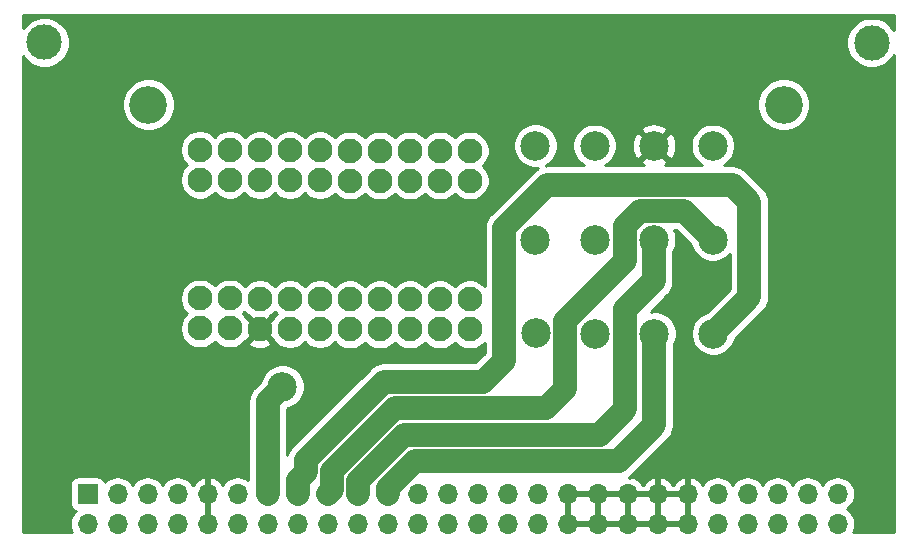
<source format=gbr>
G04 #@! TF.GenerationSoftware,KiCad,Pcbnew,5.1.2-f72e74a~84~ubuntu19.04.1*
G04 #@! TF.CreationDate,2019-05-07T16:21:10-05:00*
G04 #@! TF.ProjectId,Adapter-TE-52,41646170-7465-4722-9d54-452d35322e6b,rev?*
G04 #@! TF.SameCoordinates,Original*
G04 #@! TF.FileFunction,Copper,L2,Bot*
G04 #@! TF.FilePolarity,Positive*
%FSLAX46Y46*%
G04 Gerber Fmt 4.6, Leading zero omitted, Abs format (unit mm)*
G04 Created by KiCad (PCBNEW 5.1.2-f72e74a~84~ubuntu19.04.1) date 2019-05-07 16:21:10*
%MOMM*%
%LPD*%
G04 APERTURE LIST*
%ADD10R,1.700000X1.700000*%
%ADD11O,1.700000X1.700000*%
%ADD12C,2.100000*%
%ADD13C,2.500000*%
%ADD14C,3.200000*%
%ADD15C,3.000000*%
%ADD16C,2.000000*%
%ADD17C,0.254000*%
G04 APERTURE END LIST*
D10*
X103822500Y-115531900D03*
D11*
X103822500Y-118071900D03*
X106362500Y-115531900D03*
X106362500Y-118071900D03*
X108902500Y-115531900D03*
X108902500Y-118071900D03*
X111442500Y-115531900D03*
X111442500Y-118071900D03*
X113982500Y-115531900D03*
X113982500Y-118071900D03*
X116522500Y-115531900D03*
X116522500Y-118071900D03*
X119062500Y-115531900D03*
X119062500Y-118071900D03*
X121602500Y-115531900D03*
X121602500Y-118071900D03*
X124142500Y-115531900D03*
X124142500Y-118071900D03*
X126682500Y-115531900D03*
X126682500Y-118071900D03*
X129222500Y-115531900D03*
X129222500Y-118071900D03*
X131762500Y-115531900D03*
X131762500Y-118071900D03*
X134302500Y-115531900D03*
X134302500Y-118071900D03*
X136842500Y-115531900D03*
X136842500Y-118071900D03*
X139382500Y-115531900D03*
X139382500Y-118071900D03*
X141922500Y-115531900D03*
X141922500Y-118071900D03*
X144462500Y-115531900D03*
X144462500Y-118071900D03*
X147002500Y-115531900D03*
X147002500Y-118071900D03*
X149542500Y-115531900D03*
X149542500Y-118071900D03*
X152082500Y-115531900D03*
X152082500Y-118071900D03*
X154622500Y-115531900D03*
X154622500Y-118071900D03*
X157162500Y-115531900D03*
X157162500Y-118071900D03*
X159702500Y-115531900D03*
X159702500Y-118071900D03*
X162242500Y-115531900D03*
X162242500Y-118071900D03*
X164782500Y-115531900D03*
X164782500Y-118071900D03*
X167322500Y-115531900D03*
X167322500Y-118071900D03*
D12*
X123469400Y-99034600D03*
X126009400Y-99060000D03*
X113309400Y-98983800D03*
X131089400Y-99060000D03*
X133629400Y-99060000D03*
X136169400Y-101600000D03*
X115849400Y-101523800D03*
X133629400Y-101600000D03*
X115849400Y-98983800D03*
X128549400Y-99060000D03*
X118389400Y-101574600D03*
X118389400Y-99034600D03*
X113309400Y-101523800D03*
X123469400Y-101574600D03*
X120929400Y-99034600D03*
X131089400Y-101600000D03*
X128549400Y-101600000D03*
X126009400Y-101600000D03*
X120929400Y-101574600D03*
X136169400Y-99060000D03*
D13*
X151803100Y-101955600D03*
X146773900Y-101955600D03*
X156781500Y-101955600D03*
X141757400Y-101942900D03*
X146748500Y-94005400D03*
X141732000Y-93992700D03*
X151777700Y-94005400D03*
X156756100Y-94005400D03*
X156756100Y-86055200D03*
X151777700Y-86055200D03*
X146748500Y-86055200D03*
X141732000Y-86042500D03*
D12*
X136169400Y-89001600D03*
X136169400Y-86461600D03*
X133629400Y-86461600D03*
X133629400Y-89001600D03*
X131089400Y-89001600D03*
X131089400Y-86461600D03*
X128549400Y-86461600D03*
X128549400Y-89001600D03*
X126009400Y-86461600D03*
X126009400Y-89001600D03*
X123469400Y-88976200D03*
X123469400Y-86436200D03*
X118389400Y-86436200D03*
X120929400Y-88976200D03*
X118389400Y-88976200D03*
X120929400Y-86436200D03*
X115849400Y-86385400D03*
X115849400Y-88925400D03*
X113309400Y-88925400D03*
X113309400Y-86385400D03*
D14*
X162763200Y-82575400D03*
X108966000Y-82575400D03*
D15*
X170192700Y-77330300D03*
X100152200Y-77304900D03*
D13*
X120307100Y-106438700D03*
D16*
X129222500Y-115531900D02*
X129222501Y-115037895D01*
X131497095Y-112763301D02*
X148767800Y-112763300D01*
X151803100Y-109728000D02*
X151803100Y-103723366D01*
X129222501Y-115037895D02*
X131497095Y-112763301D01*
X151803100Y-103723366D02*
X151803100Y-101955600D01*
X148767800Y-112763300D02*
X151803100Y-109728000D01*
X122288301Y-112638244D02*
X128897155Y-106029390D01*
X122288301Y-113644018D02*
X122288301Y-112638244D01*
X121602500Y-114329819D02*
X122288301Y-113644018D01*
X121602500Y-115531900D02*
X121602500Y-114329819D01*
X128897155Y-106029390D02*
X137328010Y-106029390D01*
X137328010Y-106029390D02*
X139065000Y-104292400D01*
X139065000Y-104292400D02*
X139065000Y-93033698D01*
X142743310Y-89355388D02*
X158430688Y-89355388D01*
X139065000Y-93033698D02*
X142743310Y-89355388D01*
X158430688Y-89355388D02*
X159854900Y-90779600D01*
X159854900Y-98882200D02*
X156781500Y-101955600D01*
X159854900Y-90779600D02*
X159854900Y-98882200D01*
X119062500Y-115531900D02*
X119062500Y-107683300D01*
X119062500Y-107683300D02*
X120307100Y-106438700D01*
X130585822Y-110563290D02*
X147157810Y-110563290D01*
X147157810Y-110563290D02*
X149353099Y-108368001D01*
X151777700Y-95773166D02*
X151777700Y-94005400D01*
X126682500Y-115531900D02*
X126688322Y-115526078D01*
X126688322Y-114460790D02*
X130585822Y-110563290D01*
X151777700Y-97484984D02*
X151777700Y-95773166D01*
X149353099Y-99909585D02*
X151777700Y-97484984D01*
X126688322Y-115526078D02*
X126688322Y-114460790D01*
X149353099Y-108368001D02*
X149353099Y-99909585D01*
X144207401Y-100896097D02*
X149327699Y-95775799D01*
X149327699Y-95775799D02*
X149327699Y-92835686D01*
X155506101Y-92755401D02*
X156756100Y-94005400D01*
X150607986Y-91555399D02*
X154306099Y-91555399D01*
X129808428Y-108229400D02*
X142659100Y-108229400D01*
X124488311Y-113549517D02*
X129808428Y-108229400D01*
X149327699Y-92835686D02*
X150607986Y-91555399D01*
X154306099Y-91555399D02*
X155506101Y-92755401D01*
X144207401Y-106681099D02*
X144207401Y-100896097D01*
X142659100Y-108229400D02*
X144207401Y-106681099D01*
X124488311Y-115186089D02*
X124488311Y-113549517D01*
X124142500Y-115531900D02*
X124488311Y-115186089D01*
D17*
G36*
X172060000Y-76282014D02*
G01*
X171851063Y-75969317D01*
X171553683Y-75671937D01*
X171204002Y-75438288D01*
X170815456Y-75277347D01*
X170402979Y-75195300D01*
X169982421Y-75195300D01*
X169569944Y-75277347D01*
X169181398Y-75438288D01*
X168831717Y-75671937D01*
X168534337Y-75969317D01*
X168300688Y-76318998D01*
X168139747Y-76707544D01*
X168057700Y-77120021D01*
X168057700Y-77540579D01*
X168139747Y-77953056D01*
X168300688Y-78341602D01*
X168534337Y-78691283D01*
X168831717Y-78988663D01*
X169181398Y-79222312D01*
X169569944Y-79383253D01*
X169982421Y-79465300D01*
X170402979Y-79465300D01*
X170815456Y-79383253D01*
X171204002Y-79222312D01*
X171553683Y-78988663D01*
X171851063Y-78691283D01*
X172060000Y-78378586D01*
X172060001Y-118720000D01*
X168659906Y-118720000D01*
X168701099Y-118642934D01*
X168786013Y-118363011D01*
X168814685Y-118071900D01*
X168786013Y-117780789D01*
X168701099Y-117500866D01*
X168563206Y-117242886D01*
X168377634Y-117016766D01*
X168151514Y-116831194D01*
X168096709Y-116801900D01*
X168151514Y-116772606D01*
X168377634Y-116587034D01*
X168563206Y-116360914D01*
X168701099Y-116102934D01*
X168786013Y-115823011D01*
X168814685Y-115531900D01*
X168786013Y-115240789D01*
X168701099Y-114960866D01*
X168563206Y-114702886D01*
X168377634Y-114476766D01*
X168151514Y-114291194D01*
X167893534Y-114153301D01*
X167613611Y-114068387D01*
X167395450Y-114046900D01*
X167249550Y-114046900D01*
X167031389Y-114068387D01*
X166751466Y-114153301D01*
X166493486Y-114291194D01*
X166267366Y-114476766D01*
X166081794Y-114702886D01*
X166052500Y-114757691D01*
X166023206Y-114702886D01*
X165837634Y-114476766D01*
X165611514Y-114291194D01*
X165353534Y-114153301D01*
X165073611Y-114068387D01*
X164855450Y-114046900D01*
X164709550Y-114046900D01*
X164491389Y-114068387D01*
X164211466Y-114153301D01*
X163953486Y-114291194D01*
X163727366Y-114476766D01*
X163541794Y-114702886D01*
X163512500Y-114757691D01*
X163483206Y-114702886D01*
X163297634Y-114476766D01*
X163071514Y-114291194D01*
X162813534Y-114153301D01*
X162533611Y-114068387D01*
X162315450Y-114046900D01*
X162169550Y-114046900D01*
X161951389Y-114068387D01*
X161671466Y-114153301D01*
X161413486Y-114291194D01*
X161187366Y-114476766D01*
X161001794Y-114702886D01*
X160972500Y-114757691D01*
X160943206Y-114702886D01*
X160757634Y-114476766D01*
X160531514Y-114291194D01*
X160273534Y-114153301D01*
X159993611Y-114068387D01*
X159775450Y-114046900D01*
X159629550Y-114046900D01*
X159411389Y-114068387D01*
X159131466Y-114153301D01*
X158873486Y-114291194D01*
X158647366Y-114476766D01*
X158461794Y-114702886D01*
X158432500Y-114757691D01*
X158403206Y-114702886D01*
X158217634Y-114476766D01*
X157991514Y-114291194D01*
X157733534Y-114153301D01*
X157453611Y-114068387D01*
X157235450Y-114046900D01*
X157089550Y-114046900D01*
X156871389Y-114068387D01*
X156591466Y-114153301D01*
X156333486Y-114291194D01*
X156107366Y-114476766D01*
X155921794Y-114702886D01*
X155887299Y-114767423D01*
X155817678Y-114650545D01*
X155622769Y-114434312D01*
X155389420Y-114260259D01*
X155126599Y-114135075D01*
X154979390Y-114090424D01*
X154749500Y-114211745D01*
X154749500Y-115404900D01*
X154769500Y-115404900D01*
X154769500Y-115658900D01*
X154749500Y-115658900D01*
X154749500Y-117944900D01*
X154769500Y-117944900D01*
X154769500Y-118198900D01*
X154749500Y-118198900D01*
X154749500Y-118218900D01*
X154495500Y-118218900D01*
X154495500Y-118198900D01*
X152209500Y-118198900D01*
X152209500Y-118218900D01*
X151955500Y-118218900D01*
X151955500Y-118198900D01*
X149669500Y-118198900D01*
X149669500Y-118218900D01*
X149415500Y-118218900D01*
X149415500Y-118198900D01*
X147129500Y-118198900D01*
X147129500Y-118218900D01*
X146875500Y-118218900D01*
X146875500Y-118198900D01*
X144589500Y-118198900D01*
X144589500Y-118218900D01*
X144335500Y-118218900D01*
X144335500Y-118198900D01*
X144315500Y-118198900D01*
X144315500Y-117944900D01*
X144335500Y-117944900D01*
X144335500Y-115658900D01*
X144589500Y-115658900D01*
X144589500Y-117944900D01*
X146875500Y-117944900D01*
X146875500Y-115658900D01*
X147129500Y-115658900D01*
X147129500Y-117944900D01*
X149415500Y-117944900D01*
X149415500Y-115658900D01*
X149669500Y-115658900D01*
X149669500Y-117944900D01*
X151955500Y-117944900D01*
X151955500Y-115658900D01*
X152209500Y-115658900D01*
X152209500Y-117944900D01*
X154495500Y-117944900D01*
X154495500Y-115658900D01*
X152209500Y-115658900D01*
X151955500Y-115658900D01*
X149669500Y-115658900D01*
X149415500Y-115658900D01*
X147129500Y-115658900D01*
X146875500Y-115658900D01*
X144589500Y-115658900D01*
X144335500Y-115658900D01*
X144315500Y-115658900D01*
X144315500Y-115404900D01*
X144335500Y-115404900D01*
X144335500Y-115384900D01*
X144589500Y-115384900D01*
X144589500Y-115404900D01*
X146875500Y-115404900D01*
X146875500Y-115384900D01*
X147129500Y-115384900D01*
X147129500Y-115404900D01*
X149415500Y-115404900D01*
X149415500Y-115384900D01*
X149669500Y-115384900D01*
X149669500Y-115404900D01*
X151955500Y-115404900D01*
X151955500Y-114211745D01*
X152209500Y-114211745D01*
X152209500Y-115404900D01*
X154495500Y-115404900D01*
X154495500Y-114211745D01*
X154265610Y-114090424D01*
X154118401Y-114135075D01*
X153855580Y-114260259D01*
X153622231Y-114434312D01*
X153427322Y-114650545D01*
X153352500Y-114776155D01*
X153277678Y-114650545D01*
X153082769Y-114434312D01*
X152849420Y-114260259D01*
X152586599Y-114135075D01*
X152439390Y-114090424D01*
X152209500Y-114211745D01*
X151955500Y-114211745D01*
X151725610Y-114090424D01*
X151578401Y-114135075D01*
X151315580Y-114260259D01*
X151082231Y-114434312D01*
X150887322Y-114650545D01*
X150812500Y-114776155D01*
X150737678Y-114650545D01*
X150542769Y-114434312D01*
X150309420Y-114260259D01*
X150046599Y-114135075D01*
X149899390Y-114090424D01*
X149669502Y-114211744D01*
X149669502Y-114135236D01*
X149680552Y-114129330D01*
X149727959Y-114090424D01*
X149929514Y-113925013D01*
X149980720Y-113862618D01*
X152902420Y-110940919D01*
X152964814Y-110889714D01*
X153169131Y-110640752D01*
X153320952Y-110356715D01*
X153414443Y-110048516D01*
X153438100Y-109808322D01*
X153438100Y-109808320D01*
X153446011Y-109728001D01*
X153438100Y-109647681D01*
X153438100Y-102901561D01*
X153473566Y-102848482D01*
X153615661Y-102505434D01*
X153688100Y-102141256D01*
X153688100Y-101769944D01*
X153615661Y-101405766D01*
X153473566Y-101062718D01*
X153267275Y-100753982D01*
X153004718Y-100491425D01*
X152695982Y-100285134D01*
X152352934Y-100143039D01*
X151988756Y-100070600D01*
X151617444Y-100070600D01*
X151476235Y-100098688D01*
X152877025Y-98697899D01*
X152939414Y-98646698D01*
X153143731Y-98397736D01*
X153295552Y-98113699D01*
X153389043Y-97805500D01*
X153412700Y-97565306D01*
X153412700Y-97565305D01*
X153420611Y-97484984D01*
X153412700Y-97404662D01*
X153412700Y-94951361D01*
X153448166Y-94898282D01*
X153590261Y-94555234D01*
X153662700Y-94191056D01*
X153662700Y-93819744D01*
X153590261Y-93455566D01*
X153480425Y-93190399D01*
X153628861Y-93190399D01*
X154406777Y-93968316D01*
X154406782Y-93968320D01*
X154931085Y-94492624D01*
X154943539Y-94555234D01*
X155085634Y-94898282D01*
X155291925Y-95207018D01*
X155554482Y-95469575D01*
X155863218Y-95675866D01*
X156206266Y-95817961D01*
X156570444Y-95890400D01*
X156941756Y-95890400D01*
X157305934Y-95817961D01*
X157648982Y-95675866D01*
X157957718Y-95469575D01*
X158219901Y-95207392D01*
X158219901Y-98204960D01*
X156294277Y-100130585D01*
X156231666Y-100143039D01*
X155888618Y-100285134D01*
X155579882Y-100491425D01*
X155317325Y-100753982D01*
X155111034Y-101062718D01*
X154968939Y-101405766D01*
X154896500Y-101769944D01*
X154896500Y-102141256D01*
X154968939Y-102505434D01*
X155111034Y-102848482D01*
X155317325Y-103157218D01*
X155579882Y-103419775D01*
X155888618Y-103626066D01*
X156231666Y-103768161D01*
X156595844Y-103840600D01*
X156967156Y-103840600D01*
X157331334Y-103768161D01*
X157674382Y-103626066D01*
X157983118Y-103419775D01*
X158245675Y-103157218D01*
X158451966Y-102848482D01*
X158594061Y-102505434D01*
X158606515Y-102442823D01*
X160954219Y-100095120D01*
X161016614Y-100043914D01*
X161220931Y-99794952D01*
X161372752Y-99510915D01*
X161466243Y-99202716D01*
X161489900Y-98962522D01*
X161489900Y-98962520D01*
X161497811Y-98882200D01*
X161489900Y-98801881D01*
X161489900Y-90859919D01*
X161497811Y-90779600D01*
X161488651Y-90686600D01*
X161466243Y-90459084D01*
X161372752Y-90150885D01*
X161220931Y-89866848D01*
X161016614Y-89617886D01*
X160954219Y-89566681D01*
X159643612Y-88256074D01*
X159592402Y-88193674D01*
X159343440Y-87989357D01*
X159059403Y-87837536D01*
X158751204Y-87744045D01*
X158511010Y-87720388D01*
X158511007Y-87720388D01*
X158430688Y-87712477D01*
X158350369Y-87720388D01*
X157656881Y-87720388D01*
X157957718Y-87519375D01*
X158220275Y-87256818D01*
X158426566Y-86948082D01*
X158568661Y-86605034D01*
X158641100Y-86240856D01*
X158641100Y-85869544D01*
X158568661Y-85505366D01*
X158426566Y-85162318D01*
X158220275Y-84853582D01*
X157957718Y-84591025D01*
X157648982Y-84384734D01*
X157305934Y-84242639D01*
X156941756Y-84170200D01*
X156570444Y-84170200D01*
X156206266Y-84242639D01*
X155863218Y-84384734D01*
X155554482Y-84591025D01*
X155291925Y-84853582D01*
X155085634Y-85162318D01*
X154943539Y-85505366D01*
X154871100Y-85869544D01*
X154871100Y-86240856D01*
X154943539Y-86605034D01*
X155085634Y-86948082D01*
X155291925Y-87256818D01*
X155554482Y-87519375D01*
X155855319Y-87720388D01*
X152670521Y-87720388D01*
X152785786Y-87658777D01*
X152911700Y-87368805D01*
X151777700Y-86234805D01*
X150643700Y-87368805D01*
X150769614Y-87658777D01*
X150893022Y-87720388D01*
X147649281Y-87720388D01*
X147950118Y-87519375D01*
X148212675Y-87256818D01*
X148418966Y-86948082D01*
X148561061Y-86605034D01*
X148633500Y-86240856D01*
X148633500Y-86107906D01*
X149884311Y-86107906D01*
X149930975Y-86476275D01*
X150048606Y-86828462D01*
X150174123Y-87063286D01*
X150464095Y-87189200D01*
X151598095Y-86055200D01*
X151957305Y-86055200D01*
X153091305Y-87189200D01*
X153381277Y-87063286D01*
X153547133Y-86731074D01*
X153644990Y-86372888D01*
X153671089Y-86002494D01*
X153624425Y-85634125D01*
X153506794Y-85281938D01*
X153381277Y-85047114D01*
X153091305Y-84921200D01*
X151957305Y-86055200D01*
X151598095Y-86055200D01*
X150464095Y-84921200D01*
X150174123Y-85047114D01*
X150008267Y-85379326D01*
X149910410Y-85737512D01*
X149884311Y-86107906D01*
X148633500Y-86107906D01*
X148633500Y-85869544D01*
X148561061Y-85505366D01*
X148418966Y-85162318D01*
X148212675Y-84853582D01*
X148100688Y-84741595D01*
X150643700Y-84741595D01*
X151777700Y-85875595D01*
X152911700Y-84741595D01*
X152785786Y-84451623D01*
X152453574Y-84285767D01*
X152095388Y-84187910D01*
X151724994Y-84161811D01*
X151356625Y-84208475D01*
X151004438Y-84326106D01*
X150769614Y-84451623D01*
X150643700Y-84741595D01*
X148100688Y-84741595D01*
X147950118Y-84591025D01*
X147641382Y-84384734D01*
X147298334Y-84242639D01*
X146934156Y-84170200D01*
X146562844Y-84170200D01*
X146198666Y-84242639D01*
X145855618Y-84384734D01*
X145546882Y-84591025D01*
X145284325Y-84853582D01*
X145078034Y-85162318D01*
X144935939Y-85505366D01*
X144863500Y-85869544D01*
X144863500Y-86240856D01*
X144935939Y-86605034D01*
X145078034Y-86948082D01*
X145284325Y-87256818D01*
X145546882Y-87519375D01*
X145847719Y-87720388D01*
X142823629Y-87720388D01*
X142743310Y-87712477D01*
X142662990Y-87720388D01*
X142662988Y-87720388D01*
X142589487Y-87727627D01*
X142624882Y-87712966D01*
X142933618Y-87506675D01*
X143196175Y-87244118D01*
X143402466Y-86935382D01*
X143544561Y-86592334D01*
X143617000Y-86228156D01*
X143617000Y-85856844D01*
X143544561Y-85492666D01*
X143402466Y-85149618D01*
X143196175Y-84840882D01*
X142933618Y-84578325D01*
X142624882Y-84372034D01*
X142281834Y-84229939D01*
X141917656Y-84157500D01*
X141546344Y-84157500D01*
X141182166Y-84229939D01*
X140839118Y-84372034D01*
X140530382Y-84578325D01*
X140267825Y-84840882D01*
X140061534Y-85149618D01*
X139919439Y-85492666D01*
X139847000Y-85856844D01*
X139847000Y-86228156D01*
X139919439Y-86592334D01*
X140061534Y-86935382D01*
X140267825Y-87244118D01*
X140530382Y-87506675D01*
X140839118Y-87712966D01*
X141182166Y-87855061D01*
X141546344Y-87927500D01*
X141917656Y-87927500D01*
X141963252Y-87918430D01*
X141830558Y-87989357D01*
X141581596Y-88193674D01*
X141530390Y-88256069D01*
X137965682Y-91820778D01*
X137903287Y-91871984D01*
X137709841Y-92107700D01*
X137698970Y-92120946D01*
X137547148Y-92404984D01*
X137453658Y-92713182D01*
X137422089Y-93033698D01*
X137430001Y-93114027D01*
X137430001Y-97937651D01*
X137243525Y-97751175D01*
X136967547Y-97566772D01*
X136660896Y-97439754D01*
X136335358Y-97375000D01*
X136003442Y-97375000D01*
X135677904Y-97439754D01*
X135371253Y-97566772D01*
X135095275Y-97751175D01*
X134899400Y-97947050D01*
X134703525Y-97751175D01*
X134427547Y-97566772D01*
X134120896Y-97439754D01*
X133795358Y-97375000D01*
X133463442Y-97375000D01*
X133137904Y-97439754D01*
X132831253Y-97566772D01*
X132555275Y-97751175D01*
X132359400Y-97947050D01*
X132163525Y-97751175D01*
X131887547Y-97566772D01*
X131580896Y-97439754D01*
X131255358Y-97375000D01*
X130923442Y-97375000D01*
X130597904Y-97439754D01*
X130291253Y-97566772D01*
X130015275Y-97751175D01*
X129819400Y-97947050D01*
X129623525Y-97751175D01*
X129347547Y-97566772D01*
X129040896Y-97439754D01*
X128715358Y-97375000D01*
X128383442Y-97375000D01*
X128057904Y-97439754D01*
X127751253Y-97566772D01*
X127475275Y-97751175D01*
X127279400Y-97947050D01*
X127083525Y-97751175D01*
X126807547Y-97566772D01*
X126500896Y-97439754D01*
X126175358Y-97375000D01*
X125843442Y-97375000D01*
X125517904Y-97439754D01*
X125211253Y-97566772D01*
X124935275Y-97751175D01*
X124752100Y-97934350D01*
X124543525Y-97725775D01*
X124267547Y-97541372D01*
X123960896Y-97414354D01*
X123635358Y-97349600D01*
X123303442Y-97349600D01*
X122977904Y-97414354D01*
X122671253Y-97541372D01*
X122395275Y-97725775D01*
X122199400Y-97921650D01*
X122003525Y-97725775D01*
X121727547Y-97541372D01*
X121420896Y-97414354D01*
X121095358Y-97349600D01*
X120763442Y-97349600D01*
X120437904Y-97414354D01*
X120131253Y-97541372D01*
X119855275Y-97725775D01*
X119659400Y-97921650D01*
X119463525Y-97725775D01*
X119187547Y-97541372D01*
X118880896Y-97414354D01*
X118555358Y-97349600D01*
X118223442Y-97349600D01*
X117897904Y-97414354D01*
X117591253Y-97541372D01*
X117315275Y-97725775D01*
X117144800Y-97896250D01*
X116923525Y-97674975D01*
X116647547Y-97490572D01*
X116340896Y-97363554D01*
X116015358Y-97298800D01*
X115683442Y-97298800D01*
X115357904Y-97363554D01*
X115051253Y-97490572D01*
X114775275Y-97674975D01*
X114579400Y-97870850D01*
X114383525Y-97674975D01*
X114107547Y-97490572D01*
X113800896Y-97363554D01*
X113475358Y-97298800D01*
X113143442Y-97298800D01*
X112817904Y-97363554D01*
X112511253Y-97490572D01*
X112235275Y-97674975D01*
X112000575Y-97909675D01*
X111816172Y-98185653D01*
X111689154Y-98492304D01*
X111624400Y-98817842D01*
X111624400Y-99149758D01*
X111689154Y-99475296D01*
X111816172Y-99781947D01*
X112000575Y-100057925D01*
X112196450Y-100253800D01*
X112000575Y-100449675D01*
X111816172Y-100725653D01*
X111689154Y-101032304D01*
X111624400Y-101357842D01*
X111624400Y-101689758D01*
X111689154Y-102015296D01*
X111816172Y-102321947D01*
X112000575Y-102597925D01*
X112235275Y-102832625D01*
X112511253Y-103017028D01*
X112817904Y-103144046D01*
X113143442Y-103208800D01*
X113475358Y-103208800D01*
X113800896Y-103144046D01*
X114107547Y-103017028D01*
X114383525Y-102832625D01*
X114579400Y-102636750D01*
X114775275Y-102832625D01*
X115051253Y-103017028D01*
X115357904Y-103144046D01*
X115683442Y-103208800D01*
X116015358Y-103208800D01*
X116340896Y-103144046D01*
X116647547Y-103017028D01*
X116923525Y-102832625D01*
X117010484Y-102745666D01*
X117397939Y-102745666D01*
X117499739Y-103015179D01*
X117797877Y-103161063D01*
X118118746Y-103245980D01*
X118450017Y-103266666D01*
X118778957Y-103222328D01*
X119092927Y-103114669D01*
X119279061Y-103015179D01*
X119380861Y-102745666D01*
X118389400Y-101754205D01*
X117397939Y-102745666D01*
X117010484Y-102745666D01*
X117158225Y-102597925D01*
X117187339Y-102554353D01*
X117218334Y-102566061D01*
X118209795Y-101574600D01*
X117305939Y-100670744D01*
X117158225Y-100449675D01*
X116962350Y-100253800D01*
X117094000Y-100122150D01*
X117315275Y-100343425D01*
X117399409Y-100399642D01*
X117397939Y-100403534D01*
X118389400Y-101394995D01*
X119380861Y-100403534D01*
X119379391Y-100399642D01*
X119463525Y-100343425D01*
X119659400Y-100147550D01*
X119816450Y-100304600D01*
X119620575Y-100500475D01*
X119564358Y-100584609D01*
X119560466Y-100583139D01*
X118569005Y-101574600D01*
X119560466Y-102566061D01*
X119564358Y-102564591D01*
X119620575Y-102648725D01*
X119855275Y-102883425D01*
X120131253Y-103067828D01*
X120437904Y-103194846D01*
X120763442Y-103259600D01*
X121095358Y-103259600D01*
X121420896Y-103194846D01*
X121727547Y-103067828D01*
X122003525Y-102883425D01*
X122199400Y-102687550D01*
X122395275Y-102883425D01*
X122671253Y-103067828D01*
X122977904Y-103194846D01*
X123303442Y-103259600D01*
X123635358Y-103259600D01*
X123960896Y-103194846D01*
X124267547Y-103067828D01*
X124543525Y-102883425D01*
X124726700Y-102700250D01*
X124935275Y-102908825D01*
X125211253Y-103093228D01*
X125517904Y-103220246D01*
X125843442Y-103285000D01*
X126175358Y-103285000D01*
X126500896Y-103220246D01*
X126807547Y-103093228D01*
X127083525Y-102908825D01*
X127279400Y-102712950D01*
X127475275Y-102908825D01*
X127751253Y-103093228D01*
X128057904Y-103220246D01*
X128383442Y-103285000D01*
X128715358Y-103285000D01*
X129040896Y-103220246D01*
X129347547Y-103093228D01*
X129623525Y-102908825D01*
X129819400Y-102712950D01*
X130015275Y-102908825D01*
X130291253Y-103093228D01*
X130597904Y-103220246D01*
X130923442Y-103285000D01*
X131255358Y-103285000D01*
X131580896Y-103220246D01*
X131887547Y-103093228D01*
X132163525Y-102908825D01*
X132359400Y-102712950D01*
X132555275Y-102908825D01*
X132831253Y-103093228D01*
X133137904Y-103220246D01*
X133463442Y-103285000D01*
X133795358Y-103285000D01*
X134120896Y-103220246D01*
X134427547Y-103093228D01*
X134703525Y-102908825D01*
X134899400Y-102712950D01*
X135095275Y-102908825D01*
X135371253Y-103093228D01*
X135677904Y-103220246D01*
X136003442Y-103285000D01*
X136335358Y-103285000D01*
X136660896Y-103220246D01*
X136967547Y-103093228D01*
X137243525Y-102908825D01*
X137430000Y-102722350D01*
X137430000Y-103615161D01*
X136650772Y-104394390D01*
X128977474Y-104394390D01*
X128897155Y-104386479D01*
X128816835Y-104394390D01*
X128816833Y-104394390D01*
X128576639Y-104418047D01*
X128268440Y-104511538D01*
X127984403Y-104663359D01*
X127735441Y-104867676D01*
X127684235Y-104930071D01*
X121188983Y-111425324D01*
X121126588Y-111476530D01*
X120922271Y-111725492D01*
X120770449Y-112009529D01*
X120697500Y-112250010D01*
X120697500Y-108360538D01*
X120794324Y-108263715D01*
X120856934Y-108251261D01*
X121199982Y-108109166D01*
X121508718Y-107902875D01*
X121771275Y-107640318D01*
X121977566Y-107331582D01*
X122119661Y-106988534D01*
X122192100Y-106624356D01*
X122192100Y-106253044D01*
X122119661Y-105888866D01*
X121977566Y-105545818D01*
X121771275Y-105237082D01*
X121508718Y-104974525D01*
X121199982Y-104768234D01*
X120856934Y-104626139D01*
X120492756Y-104553700D01*
X120121444Y-104553700D01*
X119757266Y-104626139D01*
X119414218Y-104768234D01*
X119105482Y-104974525D01*
X118842925Y-105237082D01*
X118636634Y-105545818D01*
X118494539Y-105888866D01*
X118482085Y-105951476D01*
X117963182Y-106470380D01*
X117900787Y-106521586D01*
X117769878Y-106681100D01*
X117696470Y-106770548D01*
X117544648Y-107054586D01*
X117451158Y-107362784D01*
X117419589Y-107683300D01*
X117427501Y-107763629D01*
X117427500Y-114353554D01*
X117351514Y-114291194D01*
X117093534Y-114153301D01*
X116813611Y-114068387D01*
X116595450Y-114046900D01*
X116449550Y-114046900D01*
X116231389Y-114068387D01*
X115951466Y-114153301D01*
X115693486Y-114291194D01*
X115467366Y-114476766D01*
X115281794Y-114702886D01*
X115247299Y-114767423D01*
X115177678Y-114650545D01*
X114982769Y-114434312D01*
X114749420Y-114260259D01*
X114486599Y-114135075D01*
X114339390Y-114090424D01*
X114109500Y-114211745D01*
X114109500Y-115404900D01*
X114129500Y-115404900D01*
X114129500Y-115658900D01*
X114109500Y-115658900D01*
X114109500Y-117944900D01*
X114129500Y-117944900D01*
X114129500Y-118198900D01*
X114109500Y-118198900D01*
X114109500Y-118218900D01*
X113855500Y-118218900D01*
X113855500Y-118198900D01*
X113835500Y-118198900D01*
X113835500Y-117944900D01*
X113855500Y-117944900D01*
X113855500Y-115658900D01*
X113835500Y-115658900D01*
X113835500Y-115404900D01*
X113855500Y-115404900D01*
X113855500Y-114211745D01*
X113625610Y-114090424D01*
X113478401Y-114135075D01*
X113215580Y-114260259D01*
X112982231Y-114434312D01*
X112787322Y-114650545D01*
X112717701Y-114767423D01*
X112683206Y-114702886D01*
X112497634Y-114476766D01*
X112271514Y-114291194D01*
X112013534Y-114153301D01*
X111733611Y-114068387D01*
X111515450Y-114046900D01*
X111369550Y-114046900D01*
X111151389Y-114068387D01*
X110871466Y-114153301D01*
X110613486Y-114291194D01*
X110387366Y-114476766D01*
X110201794Y-114702886D01*
X110172500Y-114757691D01*
X110143206Y-114702886D01*
X109957634Y-114476766D01*
X109731514Y-114291194D01*
X109473534Y-114153301D01*
X109193611Y-114068387D01*
X108975450Y-114046900D01*
X108829550Y-114046900D01*
X108611389Y-114068387D01*
X108331466Y-114153301D01*
X108073486Y-114291194D01*
X107847366Y-114476766D01*
X107661794Y-114702886D01*
X107632500Y-114757691D01*
X107603206Y-114702886D01*
X107417634Y-114476766D01*
X107191514Y-114291194D01*
X106933534Y-114153301D01*
X106653611Y-114068387D01*
X106435450Y-114046900D01*
X106289550Y-114046900D01*
X106071389Y-114068387D01*
X105791466Y-114153301D01*
X105533486Y-114291194D01*
X105307366Y-114476766D01*
X105282893Y-114506587D01*
X105262002Y-114437720D01*
X105203037Y-114327406D01*
X105123685Y-114230715D01*
X105026994Y-114151363D01*
X104916680Y-114092398D01*
X104796982Y-114056088D01*
X104672500Y-114043828D01*
X102972500Y-114043828D01*
X102848018Y-114056088D01*
X102728320Y-114092398D01*
X102618006Y-114151363D01*
X102521315Y-114230715D01*
X102441963Y-114327406D01*
X102382998Y-114437720D01*
X102346688Y-114557418D01*
X102334428Y-114681900D01*
X102334428Y-116381900D01*
X102346688Y-116506382D01*
X102382998Y-116626080D01*
X102441963Y-116736394D01*
X102521315Y-116833085D01*
X102618006Y-116912437D01*
X102728320Y-116971402D01*
X102797187Y-116992293D01*
X102767366Y-117016766D01*
X102581794Y-117242886D01*
X102443901Y-117500866D01*
X102358987Y-117780789D01*
X102330315Y-118071900D01*
X102358987Y-118363011D01*
X102443901Y-118642934D01*
X102485094Y-118720000D01*
X98373800Y-118720000D01*
X98373800Y-86219442D01*
X111624400Y-86219442D01*
X111624400Y-86551358D01*
X111689154Y-86876896D01*
X111816172Y-87183547D01*
X112000575Y-87459525D01*
X112196450Y-87655400D01*
X112000575Y-87851275D01*
X111816172Y-88127253D01*
X111689154Y-88433904D01*
X111624400Y-88759442D01*
X111624400Y-89091358D01*
X111689154Y-89416896D01*
X111816172Y-89723547D01*
X112000575Y-89999525D01*
X112235275Y-90234225D01*
X112511253Y-90418628D01*
X112817904Y-90545646D01*
X113143442Y-90610400D01*
X113475358Y-90610400D01*
X113800896Y-90545646D01*
X114107547Y-90418628D01*
X114383525Y-90234225D01*
X114579400Y-90038350D01*
X114775275Y-90234225D01*
X115051253Y-90418628D01*
X115357904Y-90545646D01*
X115683442Y-90610400D01*
X116015358Y-90610400D01*
X116340896Y-90545646D01*
X116647547Y-90418628D01*
X116923525Y-90234225D01*
X117094000Y-90063750D01*
X117315275Y-90285025D01*
X117591253Y-90469428D01*
X117897904Y-90596446D01*
X118223442Y-90661200D01*
X118555358Y-90661200D01*
X118880896Y-90596446D01*
X119187547Y-90469428D01*
X119463525Y-90285025D01*
X119659400Y-90089150D01*
X119855275Y-90285025D01*
X120131253Y-90469428D01*
X120437904Y-90596446D01*
X120763442Y-90661200D01*
X121095358Y-90661200D01*
X121420896Y-90596446D01*
X121727547Y-90469428D01*
X122003525Y-90285025D01*
X122199400Y-90089150D01*
X122395275Y-90285025D01*
X122671253Y-90469428D01*
X122977904Y-90596446D01*
X123303442Y-90661200D01*
X123635358Y-90661200D01*
X123960896Y-90596446D01*
X124267547Y-90469428D01*
X124543525Y-90285025D01*
X124726700Y-90101850D01*
X124935275Y-90310425D01*
X125211253Y-90494828D01*
X125517904Y-90621846D01*
X125843442Y-90686600D01*
X126175358Y-90686600D01*
X126500896Y-90621846D01*
X126807547Y-90494828D01*
X127083525Y-90310425D01*
X127279400Y-90114550D01*
X127475275Y-90310425D01*
X127751253Y-90494828D01*
X128057904Y-90621846D01*
X128383442Y-90686600D01*
X128715358Y-90686600D01*
X129040896Y-90621846D01*
X129347547Y-90494828D01*
X129623525Y-90310425D01*
X129819400Y-90114550D01*
X130015275Y-90310425D01*
X130291253Y-90494828D01*
X130597904Y-90621846D01*
X130923442Y-90686600D01*
X131255358Y-90686600D01*
X131580896Y-90621846D01*
X131887547Y-90494828D01*
X132163525Y-90310425D01*
X132359400Y-90114550D01*
X132555275Y-90310425D01*
X132831253Y-90494828D01*
X133137904Y-90621846D01*
X133463442Y-90686600D01*
X133795358Y-90686600D01*
X134120896Y-90621846D01*
X134427547Y-90494828D01*
X134703525Y-90310425D01*
X134899400Y-90114550D01*
X135095275Y-90310425D01*
X135371253Y-90494828D01*
X135677904Y-90621846D01*
X136003442Y-90686600D01*
X136335358Y-90686600D01*
X136660896Y-90621846D01*
X136967547Y-90494828D01*
X137243525Y-90310425D01*
X137478225Y-90075725D01*
X137662628Y-89799747D01*
X137789646Y-89493096D01*
X137854400Y-89167558D01*
X137854400Y-88835642D01*
X137789646Y-88510104D01*
X137662628Y-88203453D01*
X137478225Y-87927475D01*
X137282350Y-87731600D01*
X137478225Y-87535725D01*
X137662628Y-87259747D01*
X137789646Y-86953096D01*
X137854400Y-86627558D01*
X137854400Y-86295642D01*
X137789646Y-85970104D01*
X137662628Y-85663453D01*
X137478225Y-85387475D01*
X137243525Y-85152775D01*
X136967547Y-84968372D01*
X136660896Y-84841354D01*
X136335358Y-84776600D01*
X136003442Y-84776600D01*
X135677904Y-84841354D01*
X135371253Y-84968372D01*
X135095275Y-85152775D01*
X134899400Y-85348650D01*
X134703525Y-85152775D01*
X134427547Y-84968372D01*
X134120896Y-84841354D01*
X133795358Y-84776600D01*
X133463442Y-84776600D01*
X133137904Y-84841354D01*
X132831253Y-84968372D01*
X132555275Y-85152775D01*
X132359400Y-85348650D01*
X132163525Y-85152775D01*
X131887547Y-84968372D01*
X131580896Y-84841354D01*
X131255358Y-84776600D01*
X130923442Y-84776600D01*
X130597904Y-84841354D01*
X130291253Y-84968372D01*
X130015275Y-85152775D01*
X129819400Y-85348650D01*
X129623525Y-85152775D01*
X129347547Y-84968372D01*
X129040896Y-84841354D01*
X128715358Y-84776600D01*
X128383442Y-84776600D01*
X128057904Y-84841354D01*
X127751253Y-84968372D01*
X127475275Y-85152775D01*
X127279400Y-85348650D01*
X127083525Y-85152775D01*
X126807547Y-84968372D01*
X126500896Y-84841354D01*
X126175358Y-84776600D01*
X125843442Y-84776600D01*
X125517904Y-84841354D01*
X125211253Y-84968372D01*
X124935275Y-85152775D01*
X124752100Y-85335950D01*
X124543525Y-85127375D01*
X124267547Y-84942972D01*
X123960896Y-84815954D01*
X123635358Y-84751200D01*
X123303442Y-84751200D01*
X122977904Y-84815954D01*
X122671253Y-84942972D01*
X122395275Y-85127375D01*
X122199400Y-85323250D01*
X122003525Y-85127375D01*
X121727547Y-84942972D01*
X121420896Y-84815954D01*
X121095358Y-84751200D01*
X120763442Y-84751200D01*
X120437904Y-84815954D01*
X120131253Y-84942972D01*
X119855275Y-85127375D01*
X119659400Y-85323250D01*
X119463525Y-85127375D01*
X119187547Y-84942972D01*
X118880896Y-84815954D01*
X118555358Y-84751200D01*
X118223442Y-84751200D01*
X117897904Y-84815954D01*
X117591253Y-84942972D01*
X117315275Y-85127375D01*
X117144800Y-85297850D01*
X116923525Y-85076575D01*
X116647547Y-84892172D01*
X116340896Y-84765154D01*
X116015358Y-84700400D01*
X115683442Y-84700400D01*
X115357904Y-84765154D01*
X115051253Y-84892172D01*
X114775275Y-85076575D01*
X114579400Y-85272450D01*
X114383525Y-85076575D01*
X114107547Y-84892172D01*
X113800896Y-84765154D01*
X113475358Y-84700400D01*
X113143442Y-84700400D01*
X112817904Y-84765154D01*
X112511253Y-84892172D01*
X112235275Y-85076575D01*
X112000575Y-85311275D01*
X111816172Y-85587253D01*
X111689154Y-85893904D01*
X111624400Y-86219442D01*
X98373800Y-86219442D01*
X98373800Y-82355272D01*
X106731000Y-82355272D01*
X106731000Y-82795528D01*
X106816890Y-83227325D01*
X106985369Y-83634069D01*
X107229962Y-84000129D01*
X107541271Y-84311438D01*
X107907331Y-84556031D01*
X108314075Y-84724510D01*
X108745872Y-84810400D01*
X109186128Y-84810400D01*
X109617925Y-84724510D01*
X110024669Y-84556031D01*
X110390729Y-84311438D01*
X110702038Y-84000129D01*
X110946631Y-83634069D01*
X111115110Y-83227325D01*
X111201000Y-82795528D01*
X111201000Y-82355272D01*
X160528200Y-82355272D01*
X160528200Y-82795528D01*
X160614090Y-83227325D01*
X160782569Y-83634069D01*
X161027162Y-84000129D01*
X161338471Y-84311438D01*
X161704531Y-84556031D01*
X162111275Y-84724510D01*
X162543072Y-84810400D01*
X162983328Y-84810400D01*
X163415125Y-84724510D01*
X163821869Y-84556031D01*
X164187929Y-84311438D01*
X164499238Y-84000129D01*
X164743831Y-83634069D01*
X164912310Y-83227325D01*
X164998200Y-82795528D01*
X164998200Y-82355272D01*
X164912310Y-81923475D01*
X164743831Y-81516731D01*
X164499238Y-81150671D01*
X164187929Y-80839362D01*
X163821869Y-80594769D01*
X163415125Y-80426290D01*
X162983328Y-80340400D01*
X162543072Y-80340400D01*
X162111275Y-80426290D01*
X161704531Y-80594769D01*
X161338471Y-80839362D01*
X161027162Y-81150671D01*
X160782569Y-81516731D01*
X160614090Y-81923475D01*
X160528200Y-82355272D01*
X111201000Y-82355272D01*
X111115110Y-81923475D01*
X110946631Y-81516731D01*
X110702038Y-81150671D01*
X110390729Y-80839362D01*
X110024669Y-80594769D01*
X109617925Y-80426290D01*
X109186128Y-80340400D01*
X108745872Y-80340400D01*
X108314075Y-80426290D01*
X107907331Y-80594769D01*
X107541271Y-80839362D01*
X107229962Y-81150671D01*
X106985369Y-81516731D01*
X106816890Y-81923475D01*
X106731000Y-82355272D01*
X98373800Y-82355272D01*
X98373800Y-78486235D01*
X98493837Y-78665883D01*
X98791217Y-78963263D01*
X99140898Y-79196912D01*
X99529444Y-79357853D01*
X99941921Y-79439900D01*
X100362479Y-79439900D01*
X100774956Y-79357853D01*
X101163502Y-79196912D01*
X101513183Y-78963263D01*
X101810563Y-78665883D01*
X102044212Y-78316202D01*
X102205153Y-77927656D01*
X102287200Y-77515179D01*
X102287200Y-77094621D01*
X102205153Y-76682144D01*
X102044212Y-76293598D01*
X101810563Y-75943917D01*
X101513183Y-75646537D01*
X101163502Y-75412888D01*
X100774956Y-75251947D01*
X100362479Y-75169900D01*
X99941921Y-75169900D01*
X99529444Y-75251947D01*
X99140898Y-75412888D01*
X98791217Y-75646537D01*
X98493837Y-75943917D01*
X98373800Y-76123565D01*
X98373800Y-74955000D01*
X172060000Y-74955000D01*
X172060000Y-76282014D01*
X172060000Y-76282014D01*
G37*
X172060000Y-76282014D02*
X171851063Y-75969317D01*
X171553683Y-75671937D01*
X171204002Y-75438288D01*
X170815456Y-75277347D01*
X170402979Y-75195300D01*
X169982421Y-75195300D01*
X169569944Y-75277347D01*
X169181398Y-75438288D01*
X168831717Y-75671937D01*
X168534337Y-75969317D01*
X168300688Y-76318998D01*
X168139747Y-76707544D01*
X168057700Y-77120021D01*
X168057700Y-77540579D01*
X168139747Y-77953056D01*
X168300688Y-78341602D01*
X168534337Y-78691283D01*
X168831717Y-78988663D01*
X169181398Y-79222312D01*
X169569944Y-79383253D01*
X169982421Y-79465300D01*
X170402979Y-79465300D01*
X170815456Y-79383253D01*
X171204002Y-79222312D01*
X171553683Y-78988663D01*
X171851063Y-78691283D01*
X172060000Y-78378586D01*
X172060001Y-118720000D01*
X168659906Y-118720000D01*
X168701099Y-118642934D01*
X168786013Y-118363011D01*
X168814685Y-118071900D01*
X168786013Y-117780789D01*
X168701099Y-117500866D01*
X168563206Y-117242886D01*
X168377634Y-117016766D01*
X168151514Y-116831194D01*
X168096709Y-116801900D01*
X168151514Y-116772606D01*
X168377634Y-116587034D01*
X168563206Y-116360914D01*
X168701099Y-116102934D01*
X168786013Y-115823011D01*
X168814685Y-115531900D01*
X168786013Y-115240789D01*
X168701099Y-114960866D01*
X168563206Y-114702886D01*
X168377634Y-114476766D01*
X168151514Y-114291194D01*
X167893534Y-114153301D01*
X167613611Y-114068387D01*
X167395450Y-114046900D01*
X167249550Y-114046900D01*
X167031389Y-114068387D01*
X166751466Y-114153301D01*
X166493486Y-114291194D01*
X166267366Y-114476766D01*
X166081794Y-114702886D01*
X166052500Y-114757691D01*
X166023206Y-114702886D01*
X165837634Y-114476766D01*
X165611514Y-114291194D01*
X165353534Y-114153301D01*
X165073611Y-114068387D01*
X164855450Y-114046900D01*
X164709550Y-114046900D01*
X164491389Y-114068387D01*
X164211466Y-114153301D01*
X163953486Y-114291194D01*
X163727366Y-114476766D01*
X163541794Y-114702886D01*
X163512500Y-114757691D01*
X163483206Y-114702886D01*
X163297634Y-114476766D01*
X163071514Y-114291194D01*
X162813534Y-114153301D01*
X162533611Y-114068387D01*
X162315450Y-114046900D01*
X162169550Y-114046900D01*
X161951389Y-114068387D01*
X161671466Y-114153301D01*
X161413486Y-114291194D01*
X161187366Y-114476766D01*
X161001794Y-114702886D01*
X160972500Y-114757691D01*
X160943206Y-114702886D01*
X160757634Y-114476766D01*
X160531514Y-114291194D01*
X160273534Y-114153301D01*
X159993611Y-114068387D01*
X159775450Y-114046900D01*
X159629550Y-114046900D01*
X159411389Y-114068387D01*
X159131466Y-114153301D01*
X158873486Y-114291194D01*
X158647366Y-114476766D01*
X158461794Y-114702886D01*
X158432500Y-114757691D01*
X158403206Y-114702886D01*
X158217634Y-114476766D01*
X157991514Y-114291194D01*
X157733534Y-114153301D01*
X157453611Y-114068387D01*
X157235450Y-114046900D01*
X157089550Y-114046900D01*
X156871389Y-114068387D01*
X156591466Y-114153301D01*
X156333486Y-114291194D01*
X156107366Y-114476766D01*
X155921794Y-114702886D01*
X155887299Y-114767423D01*
X155817678Y-114650545D01*
X155622769Y-114434312D01*
X155389420Y-114260259D01*
X155126599Y-114135075D01*
X154979390Y-114090424D01*
X154749500Y-114211745D01*
X154749500Y-115404900D01*
X154769500Y-115404900D01*
X154769500Y-115658900D01*
X154749500Y-115658900D01*
X154749500Y-117944900D01*
X154769500Y-117944900D01*
X154769500Y-118198900D01*
X154749500Y-118198900D01*
X154749500Y-118218900D01*
X154495500Y-118218900D01*
X154495500Y-118198900D01*
X152209500Y-118198900D01*
X152209500Y-118218900D01*
X151955500Y-118218900D01*
X151955500Y-118198900D01*
X149669500Y-118198900D01*
X149669500Y-118218900D01*
X149415500Y-118218900D01*
X149415500Y-118198900D01*
X147129500Y-118198900D01*
X147129500Y-118218900D01*
X146875500Y-118218900D01*
X146875500Y-118198900D01*
X144589500Y-118198900D01*
X144589500Y-118218900D01*
X144335500Y-118218900D01*
X144335500Y-118198900D01*
X144315500Y-118198900D01*
X144315500Y-117944900D01*
X144335500Y-117944900D01*
X144335500Y-115658900D01*
X144589500Y-115658900D01*
X144589500Y-117944900D01*
X146875500Y-117944900D01*
X146875500Y-115658900D01*
X147129500Y-115658900D01*
X147129500Y-117944900D01*
X149415500Y-117944900D01*
X149415500Y-115658900D01*
X149669500Y-115658900D01*
X149669500Y-117944900D01*
X151955500Y-117944900D01*
X151955500Y-115658900D01*
X152209500Y-115658900D01*
X152209500Y-117944900D01*
X154495500Y-117944900D01*
X154495500Y-115658900D01*
X152209500Y-115658900D01*
X151955500Y-115658900D01*
X149669500Y-115658900D01*
X149415500Y-115658900D01*
X147129500Y-115658900D01*
X146875500Y-115658900D01*
X144589500Y-115658900D01*
X144335500Y-115658900D01*
X144315500Y-115658900D01*
X144315500Y-115404900D01*
X144335500Y-115404900D01*
X144335500Y-115384900D01*
X144589500Y-115384900D01*
X144589500Y-115404900D01*
X146875500Y-115404900D01*
X146875500Y-115384900D01*
X147129500Y-115384900D01*
X147129500Y-115404900D01*
X149415500Y-115404900D01*
X149415500Y-115384900D01*
X149669500Y-115384900D01*
X149669500Y-115404900D01*
X151955500Y-115404900D01*
X151955500Y-114211745D01*
X152209500Y-114211745D01*
X152209500Y-115404900D01*
X154495500Y-115404900D01*
X154495500Y-114211745D01*
X154265610Y-114090424D01*
X154118401Y-114135075D01*
X153855580Y-114260259D01*
X153622231Y-114434312D01*
X153427322Y-114650545D01*
X153352500Y-114776155D01*
X153277678Y-114650545D01*
X153082769Y-114434312D01*
X152849420Y-114260259D01*
X152586599Y-114135075D01*
X152439390Y-114090424D01*
X152209500Y-114211745D01*
X151955500Y-114211745D01*
X151725610Y-114090424D01*
X151578401Y-114135075D01*
X151315580Y-114260259D01*
X151082231Y-114434312D01*
X150887322Y-114650545D01*
X150812500Y-114776155D01*
X150737678Y-114650545D01*
X150542769Y-114434312D01*
X150309420Y-114260259D01*
X150046599Y-114135075D01*
X149899390Y-114090424D01*
X149669502Y-114211744D01*
X149669502Y-114135236D01*
X149680552Y-114129330D01*
X149727959Y-114090424D01*
X149929514Y-113925013D01*
X149980720Y-113862618D01*
X152902420Y-110940919D01*
X152964814Y-110889714D01*
X153169131Y-110640752D01*
X153320952Y-110356715D01*
X153414443Y-110048516D01*
X153438100Y-109808322D01*
X153438100Y-109808320D01*
X153446011Y-109728001D01*
X153438100Y-109647681D01*
X153438100Y-102901561D01*
X153473566Y-102848482D01*
X153615661Y-102505434D01*
X153688100Y-102141256D01*
X153688100Y-101769944D01*
X153615661Y-101405766D01*
X153473566Y-101062718D01*
X153267275Y-100753982D01*
X153004718Y-100491425D01*
X152695982Y-100285134D01*
X152352934Y-100143039D01*
X151988756Y-100070600D01*
X151617444Y-100070600D01*
X151476235Y-100098688D01*
X152877025Y-98697899D01*
X152939414Y-98646698D01*
X153143731Y-98397736D01*
X153295552Y-98113699D01*
X153389043Y-97805500D01*
X153412700Y-97565306D01*
X153412700Y-97565305D01*
X153420611Y-97484984D01*
X153412700Y-97404662D01*
X153412700Y-94951361D01*
X153448166Y-94898282D01*
X153590261Y-94555234D01*
X153662700Y-94191056D01*
X153662700Y-93819744D01*
X153590261Y-93455566D01*
X153480425Y-93190399D01*
X153628861Y-93190399D01*
X154406777Y-93968316D01*
X154406782Y-93968320D01*
X154931085Y-94492624D01*
X154943539Y-94555234D01*
X155085634Y-94898282D01*
X155291925Y-95207018D01*
X155554482Y-95469575D01*
X155863218Y-95675866D01*
X156206266Y-95817961D01*
X156570444Y-95890400D01*
X156941756Y-95890400D01*
X157305934Y-95817961D01*
X157648982Y-95675866D01*
X157957718Y-95469575D01*
X158219901Y-95207392D01*
X158219901Y-98204960D01*
X156294277Y-100130585D01*
X156231666Y-100143039D01*
X155888618Y-100285134D01*
X155579882Y-100491425D01*
X155317325Y-100753982D01*
X155111034Y-101062718D01*
X154968939Y-101405766D01*
X154896500Y-101769944D01*
X154896500Y-102141256D01*
X154968939Y-102505434D01*
X155111034Y-102848482D01*
X155317325Y-103157218D01*
X155579882Y-103419775D01*
X155888618Y-103626066D01*
X156231666Y-103768161D01*
X156595844Y-103840600D01*
X156967156Y-103840600D01*
X157331334Y-103768161D01*
X157674382Y-103626066D01*
X157983118Y-103419775D01*
X158245675Y-103157218D01*
X158451966Y-102848482D01*
X158594061Y-102505434D01*
X158606515Y-102442823D01*
X160954219Y-100095120D01*
X161016614Y-100043914D01*
X161220931Y-99794952D01*
X161372752Y-99510915D01*
X161466243Y-99202716D01*
X161489900Y-98962522D01*
X161489900Y-98962520D01*
X161497811Y-98882200D01*
X161489900Y-98801881D01*
X161489900Y-90859919D01*
X161497811Y-90779600D01*
X161488651Y-90686600D01*
X161466243Y-90459084D01*
X161372752Y-90150885D01*
X161220931Y-89866848D01*
X161016614Y-89617886D01*
X160954219Y-89566681D01*
X159643612Y-88256074D01*
X159592402Y-88193674D01*
X159343440Y-87989357D01*
X159059403Y-87837536D01*
X158751204Y-87744045D01*
X158511010Y-87720388D01*
X158511007Y-87720388D01*
X158430688Y-87712477D01*
X158350369Y-87720388D01*
X157656881Y-87720388D01*
X157957718Y-87519375D01*
X158220275Y-87256818D01*
X158426566Y-86948082D01*
X158568661Y-86605034D01*
X158641100Y-86240856D01*
X158641100Y-85869544D01*
X158568661Y-85505366D01*
X158426566Y-85162318D01*
X158220275Y-84853582D01*
X157957718Y-84591025D01*
X157648982Y-84384734D01*
X157305934Y-84242639D01*
X156941756Y-84170200D01*
X156570444Y-84170200D01*
X156206266Y-84242639D01*
X155863218Y-84384734D01*
X155554482Y-84591025D01*
X155291925Y-84853582D01*
X155085634Y-85162318D01*
X154943539Y-85505366D01*
X154871100Y-85869544D01*
X154871100Y-86240856D01*
X154943539Y-86605034D01*
X155085634Y-86948082D01*
X155291925Y-87256818D01*
X155554482Y-87519375D01*
X155855319Y-87720388D01*
X152670521Y-87720388D01*
X152785786Y-87658777D01*
X152911700Y-87368805D01*
X151777700Y-86234805D01*
X150643700Y-87368805D01*
X150769614Y-87658777D01*
X150893022Y-87720388D01*
X147649281Y-87720388D01*
X147950118Y-87519375D01*
X148212675Y-87256818D01*
X148418966Y-86948082D01*
X148561061Y-86605034D01*
X148633500Y-86240856D01*
X148633500Y-86107906D01*
X149884311Y-86107906D01*
X149930975Y-86476275D01*
X150048606Y-86828462D01*
X150174123Y-87063286D01*
X150464095Y-87189200D01*
X151598095Y-86055200D01*
X151957305Y-86055200D01*
X153091305Y-87189200D01*
X153381277Y-87063286D01*
X153547133Y-86731074D01*
X153644990Y-86372888D01*
X153671089Y-86002494D01*
X153624425Y-85634125D01*
X153506794Y-85281938D01*
X153381277Y-85047114D01*
X153091305Y-84921200D01*
X151957305Y-86055200D01*
X151598095Y-86055200D01*
X150464095Y-84921200D01*
X150174123Y-85047114D01*
X150008267Y-85379326D01*
X149910410Y-85737512D01*
X149884311Y-86107906D01*
X148633500Y-86107906D01*
X148633500Y-85869544D01*
X148561061Y-85505366D01*
X148418966Y-85162318D01*
X148212675Y-84853582D01*
X148100688Y-84741595D01*
X150643700Y-84741595D01*
X151777700Y-85875595D01*
X152911700Y-84741595D01*
X152785786Y-84451623D01*
X152453574Y-84285767D01*
X152095388Y-84187910D01*
X151724994Y-84161811D01*
X151356625Y-84208475D01*
X151004438Y-84326106D01*
X150769614Y-84451623D01*
X150643700Y-84741595D01*
X148100688Y-84741595D01*
X147950118Y-84591025D01*
X147641382Y-84384734D01*
X147298334Y-84242639D01*
X146934156Y-84170200D01*
X146562844Y-84170200D01*
X146198666Y-84242639D01*
X145855618Y-84384734D01*
X145546882Y-84591025D01*
X145284325Y-84853582D01*
X145078034Y-85162318D01*
X144935939Y-85505366D01*
X144863500Y-85869544D01*
X144863500Y-86240856D01*
X144935939Y-86605034D01*
X145078034Y-86948082D01*
X145284325Y-87256818D01*
X145546882Y-87519375D01*
X145847719Y-87720388D01*
X142823629Y-87720388D01*
X142743310Y-87712477D01*
X142662990Y-87720388D01*
X142662988Y-87720388D01*
X142589487Y-87727627D01*
X142624882Y-87712966D01*
X142933618Y-87506675D01*
X143196175Y-87244118D01*
X143402466Y-86935382D01*
X143544561Y-86592334D01*
X143617000Y-86228156D01*
X143617000Y-85856844D01*
X143544561Y-85492666D01*
X143402466Y-85149618D01*
X143196175Y-84840882D01*
X142933618Y-84578325D01*
X142624882Y-84372034D01*
X142281834Y-84229939D01*
X141917656Y-84157500D01*
X141546344Y-84157500D01*
X141182166Y-84229939D01*
X140839118Y-84372034D01*
X140530382Y-84578325D01*
X140267825Y-84840882D01*
X140061534Y-85149618D01*
X139919439Y-85492666D01*
X139847000Y-85856844D01*
X139847000Y-86228156D01*
X139919439Y-86592334D01*
X140061534Y-86935382D01*
X140267825Y-87244118D01*
X140530382Y-87506675D01*
X140839118Y-87712966D01*
X141182166Y-87855061D01*
X141546344Y-87927500D01*
X141917656Y-87927500D01*
X141963252Y-87918430D01*
X141830558Y-87989357D01*
X141581596Y-88193674D01*
X141530390Y-88256069D01*
X137965682Y-91820778D01*
X137903287Y-91871984D01*
X137709841Y-92107700D01*
X137698970Y-92120946D01*
X137547148Y-92404984D01*
X137453658Y-92713182D01*
X137422089Y-93033698D01*
X137430001Y-93114027D01*
X137430001Y-97937651D01*
X137243525Y-97751175D01*
X136967547Y-97566772D01*
X136660896Y-97439754D01*
X136335358Y-97375000D01*
X136003442Y-97375000D01*
X135677904Y-97439754D01*
X135371253Y-97566772D01*
X135095275Y-97751175D01*
X134899400Y-97947050D01*
X134703525Y-97751175D01*
X134427547Y-97566772D01*
X134120896Y-97439754D01*
X133795358Y-97375000D01*
X133463442Y-97375000D01*
X133137904Y-97439754D01*
X132831253Y-97566772D01*
X132555275Y-97751175D01*
X132359400Y-97947050D01*
X132163525Y-97751175D01*
X131887547Y-97566772D01*
X131580896Y-97439754D01*
X131255358Y-97375000D01*
X130923442Y-97375000D01*
X130597904Y-97439754D01*
X130291253Y-97566772D01*
X130015275Y-97751175D01*
X129819400Y-97947050D01*
X129623525Y-97751175D01*
X129347547Y-97566772D01*
X129040896Y-97439754D01*
X128715358Y-97375000D01*
X128383442Y-97375000D01*
X128057904Y-97439754D01*
X127751253Y-97566772D01*
X127475275Y-97751175D01*
X127279400Y-97947050D01*
X127083525Y-97751175D01*
X126807547Y-97566772D01*
X126500896Y-97439754D01*
X126175358Y-97375000D01*
X125843442Y-97375000D01*
X125517904Y-97439754D01*
X125211253Y-97566772D01*
X124935275Y-97751175D01*
X124752100Y-97934350D01*
X124543525Y-97725775D01*
X124267547Y-97541372D01*
X123960896Y-97414354D01*
X123635358Y-97349600D01*
X123303442Y-97349600D01*
X122977904Y-97414354D01*
X122671253Y-97541372D01*
X122395275Y-97725775D01*
X122199400Y-97921650D01*
X122003525Y-97725775D01*
X121727547Y-97541372D01*
X121420896Y-97414354D01*
X121095358Y-97349600D01*
X120763442Y-97349600D01*
X120437904Y-97414354D01*
X120131253Y-97541372D01*
X119855275Y-97725775D01*
X119659400Y-97921650D01*
X119463525Y-97725775D01*
X119187547Y-97541372D01*
X118880896Y-97414354D01*
X118555358Y-97349600D01*
X118223442Y-97349600D01*
X117897904Y-97414354D01*
X117591253Y-97541372D01*
X117315275Y-97725775D01*
X117144800Y-97896250D01*
X116923525Y-97674975D01*
X116647547Y-97490572D01*
X116340896Y-97363554D01*
X116015358Y-97298800D01*
X115683442Y-97298800D01*
X115357904Y-97363554D01*
X115051253Y-97490572D01*
X114775275Y-97674975D01*
X114579400Y-97870850D01*
X114383525Y-97674975D01*
X114107547Y-97490572D01*
X113800896Y-97363554D01*
X113475358Y-97298800D01*
X113143442Y-97298800D01*
X112817904Y-97363554D01*
X112511253Y-97490572D01*
X112235275Y-97674975D01*
X112000575Y-97909675D01*
X111816172Y-98185653D01*
X111689154Y-98492304D01*
X111624400Y-98817842D01*
X111624400Y-99149758D01*
X111689154Y-99475296D01*
X111816172Y-99781947D01*
X112000575Y-100057925D01*
X112196450Y-100253800D01*
X112000575Y-100449675D01*
X111816172Y-100725653D01*
X111689154Y-101032304D01*
X111624400Y-101357842D01*
X111624400Y-101689758D01*
X111689154Y-102015296D01*
X111816172Y-102321947D01*
X112000575Y-102597925D01*
X112235275Y-102832625D01*
X112511253Y-103017028D01*
X112817904Y-103144046D01*
X113143442Y-103208800D01*
X113475358Y-103208800D01*
X113800896Y-103144046D01*
X114107547Y-103017028D01*
X114383525Y-102832625D01*
X114579400Y-102636750D01*
X114775275Y-102832625D01*
X115051253Y-103017028D01*
X115357904Y-103144046D01*
X115683442Y-103208800D01*
X116015358Y-103208800D01*
X116340896Y-103144046D01*
X116647547Y-103017028D01*
X116923525Y-102832625D01*
X117010484Y-102745666D01*
X117397939Y-102745666D01*
X117499739Y-103015179D01*
X117797877Y-103161063D01*
X118118746Y-103245980D01*
X118450017Y-103266666D01*
X118778957Y-103222328D01*
X119092927Y-103114669D01*
X119279061Y-103015179D01*
X119380861Y-102745666D01*
X118389400Y-101754205D01*
X117397939Y-102745666D01*
X117010484Y-102745666D01*
X117158225Y-102597925D01*
X117187339Y-102554353D01*
X117218334Y-102566061D01*
X118209795Y-101574600D01*
X117305939Y-100670744D01*
X117158225Y-100449675D01*
X116962350Y-100253800D01*
X117094000Y-100122150D01*
X117315275Y-100343425D01*
X117399409Y-100399642D01*
X117397939Y-100403534D01*
X118389400Y-101394995D01*
X119380861Y-100403534D01*
X119379391Y-100399642D01*
X119463525Y-100343425D01*
X119659400Y-100147550D01*
X119816450Y-100304600D01*
X119620575Y-100500475D01*
X119564358Y-100584609D01*
X119560466Y-100583139D01*
X118569005Y-101574600D01*
X119560466Y-102566061D01*
X119564358Y-102564591D01*
X119620575Y-102648725D01*
X119855275Y-102883425D01*
X120131253Y-103067828D01*
X120437904Y-103194846D01*
X120763442Y-103259600D01*
X121095358Y-103259600D01*
X121420896Y-103194846D01*
X121727547Y-103067828D01*
X122003525Y-102883425D01*
X122199400Y-102687550D01*
X122395275Y-102883425D01*
X122671253Y-103067828D01*
X122977904Y-103194846D01*
X123303442Y-103259600D01*
X123635358Y-103259600D01*
X123960896Y-103194846D01*
X124267547Y-103067828D01*
X124543525Y-102883425D01*
X124726700Y-102700250D01*
X124935275Y-102908825D01*
X125211253Y-103093228D01*
X125517904Y-103220246D01*
X125843442Y-103285000D01*
X126175358Y-103285000D01*
X126500896Y-103220246D01*
X126807547Y-103093228D01*
X127083525Y-102908825D01*
X127279400Y-102712950D01*
X127475275Y-102908825D01*
X127751253Y-103093228D01*
X128057904Y-103220246D01*
X128383442Y-103285000D01*
X128715358Y-103285000D01*
X129040896Y-103220246D01*
X129347547Y-103093228D01*
X129623525Y-102908825D01*
X129819400Y-102712950D01*
X130015275Y-102908825D01*
X130291253Y-103093228D01*
X130597904Y-103220246D01*
X130923442Y-103285000D01*
X131255358Y-103285000D01*
X131580896Y-103220246D01*
X131887547Y-103093228D01*
X132163525Y-102908825D01*
X132359400Y-102712950D01*
X132555275Y-102908825D01*
X132831253Y-103093228D01*
X133137904Y-103220246D01*
X133463442Y-103285000D01*
X133795358Y-103285000D01*
X134120896Y-103220246D01*
X134427547Y-103093228D01*
X134703525Y-102908825D01*
X134899400Y-102712950D01*
X135095275Y-102908825D01*
X135371253Y-103093228D01*
X135677904Y-103220246D01*
X136003442Y-103285000D01*
X136335358Y-103285000D01*
X136660896Y-103220246D01*
X136967547Y-103093228D01*
X137243525Y-102908825D01*
X137430000Y-102722350D01*
X137430000Y-103615161D01*
X136650772Y-104394390D01*
X128977474Y-104394390D01*
X128897155Y-104386479D01*
X128816835Y-104394390D01*
X128816833Y-104394390D01*
X128576639Y-104418047D01*
X128268440Y-104511538D01*
X127984403Y-104663359D01*
X127735441Y-104867676D01*
X127684235Y-104930071D01*
X121188983Y-111425324D01*
X121126588Y-111476530D01*
X120922271Y-111725492D01*
X120770449Y-112009529D01*
X120697500Y-112250010D01*
X120697500Y-108360538D01*
X120794324Y-108263715D01*
X120856934Y-108251261D01*
X121199982Y-108109166D01*
X121508718Y-107902875D01*
X121771275Y-107640318D01*
X121977566Y-107331582D01*
X122119661Y-106988534D01*
X122192100Y-106624356D01*
X122192100Y-106253044D01*
X122119661Y-105888866D01*
X121977566Y-105545818D01*
X121771275Y-105237082D01*
X121508718Y-104974525D01*
X121199982Y-104768234D01*
X120856934Y-104626139D01*
X120492756Y-104553700D01*
X120121444Y-104553700D01*
X119757266Y-104626139D01*
X119414218Y-104768234D01*
X119105482Y-104974525D01*
X118842925Y-105237082D01*
X118636634Y-105545818D01*
X118494539Y-105888866D01*
X118482085Y-105951476D01*
X117963182Y-106470380D01*
X117900787Y-106521586D01*
X117769878Y-106681100D01*
X117696470Y-106770548D01*
X117544648Y-107054586D01*
X117451158Y-107362784D01*
X117419589Y-107683300D01*
X117427501Y-107763629D01*
X117427500Y-114353554D01*
X117351514Y-114291194D01*
X117093534Y-114153301D01*
X116813611Y-114068387D01*
X116595450Y-114046900D01*
X116449550Y-114046900D01*
X116231389Y-114068387D01*
X115951466Y-114153301D01*
X115693486Y-114291194D01*
X115467366Y-114476766D01*
X115281794Y-114702886D01*
X115247299Y-114767423D01*
X115177678Y-114650545D01*
X114982769Y-114434312D01*
X114749420Y-114260259D01*
X114486599Y-114135075D01*
X114339390Y-114090424D01*
X114109500Y-114211745D01*
X114109500Y-115404900D01*
X114129500Y-115404900D01*
X114129500Y-115658900D01*
X114109500Y-115658900D01*
X114109500Y-117944900D01*
X114129500Y-117944900D01*
X114129500Y-118198900D01*
X114109500Y-118198900D01*
X114109500Y-118218900D01*
X113855500Y-118218900D01*
X113855500Y-118198900D01*
X113835500Y-118198900D01*
X113835500Y-117944900D01*
X113855500Y-117944900D01*
X113855500Y-115658900D01*
X113835500Y-115658900D01*
X113835500Y-115404900D01*
X113855500Y-115404900D01*
X113855500Y-114211745D01*
X113625610Y-114090424D01*
X113478401Y-114135075D01*
X113215580Y-114260259D01*
X112982231Y-114434312D01*
X112787322Y-114650545D01*
X112717701Y-114767423D01*
X112683206Y-114702886D01*
X112497634Y-114476766D01*
X112271514Y-114291194D01*
X112013534Y-114153301D01*
X111733611Y-114068387D01*
X111515450Y-114046900D01*
X111369550Y-114046900D01*
X111151389Y-114068387D01*
X110871466Y-114153301D01*
X110613486Y-114291194D01*
X110387366Y-114476766D01*
X110201794Y-114702886D01*
X110172500Y-114757691D01*
X110143206Y-114702886D01*
X109957634Y-114476766D01*
X109731514Y-114291194D01*
X109473534Y-114153301D01*
X109193611Y-114068387D01*
X108975450Y-114046900D01*
X108829550Y-114046900D01*
X108611389Y-114068387D01*
X108331466Y-114153301D01*
X108073486Y-114291194D01*
X107847366Y-114476766D01*
X107661794Y-114702886D01*
X107632500Y-114757691D01*
X107603206Y-114702886D01*
X107417634Y-114476766D01*
X107191514Y-114291194D01*
X106933534Y-114153301D01*
X106653611Y-114068387D01*
X106435450Y-114046900D01*
X106289550Y-114046900D01*
X106071389Y-114068387D01*
X105791466Y-114153301D01*
X105533486Y-114291194D01*
X105307366Y-114476766D01*
X105282893Y-114506587D01*
X105262002Y-114437720D01*
X105203037Y-114327406D01*
X105123685Y-114230715D01*
X105026994Y-114151363D01*
X104916680Y-114092398D01*
X104796982Y-114056088D01*
X104672500Y-114043828D01*
X102972500Y-114043828D01*
X102848018Y-114056088D01*
X102728320Y-114092398D01*
X102618006Y-114151363D01*
X102521315Y-114230715D01*
X102441963Y-114327406D01*
X102382998Y-114437720D01*
X102346688Y-114557418D01*
X102334428Y-114681900D01*
X102334428Y-116381900D01*
X102346688Y-116506382D01*
X102382998Y-116626080D01*
X102441963Y-116736394D01*
X102521315Y-116833085D01*
X102618006Y-116912437D01*
X102728320Y-116971402D01*
X102797187Y-116992293D01*
X102767366Y-117016766D01*
X102581794Y-117242886D01*
X102443901Y-117500866D01*
X102358987Y-117780789D01*
X102330315Y-118071900D01*
X102358987Y-118363011D01*
X102443901Y-118642934D01*
X102485094Y-118720000D01*
X98373800Y-118720000D01*
X98373800Y-86219442D01*
X111624400Y-86219442D01*
X111624400Y-86551358D01*
X111689154Y-86876896D01*
X111816172Y-87183547D01*
X112000575Y-87459525D01*
X112196450Y-87655400D01*
X112000575Y-87851275D01*
X111816172Y-88127253D01*
X111689154Y-88433904D01*
X111624400Y-88759442D01*
X111624400Y-89091358D01*
X111689154Y-89416896D01*
X111816172Y-89723547D01*
X112000575Y-89999525D01*
X112235275Y-90234225D01*
X112511253Y-90418628D01*
X112817904Y-90545646D01*
X113143442Y-90610400D01*
X113475358Y-90610400D01*
X113800896Y-90545646D01*
X114107547Y-90418628D01*
X114383525Y-90234225D01*
X114579400Y-90038350D01*
X114775275Y-90234225D01*
X115051253Y-90418628D01*
X115357904Y-90545646D01*
X115683442Y-90610400D01*
X116015358Y-90610400D01*
X116340896Y-90545646D01*
X116647547Y-90418628D01*
X116923525Y-90234225D01*
X117094000Y-90063750D01*
X117315275Y-90285025D01*
X117591253Y-90469428D01*
X117897904Y-90596446D01*
X118223442Y-90661200D01*
X118555358Y-90661200D01*
X118880896Y-90596446D01*
X119187547Y-90469428D01*
X119463525Y-90285025D01*
X119659400Y-90089150D01*
X119855275Y-90285025D01*
X120131253Y-90469428D01*
X120437904Y-90596446D01*
X120763442Y-90661200D01*
X121095358Y-90661200D01*
X121420896Y-90596446D01*
X121727547Y-90469428D01*
X122003525Y-90285025D01*
X122199400Y-90089150D01*
X122395275Y-90285025D01*
X122671253Y-90469428D01*
X122977904Y-90596446D01*
X123303442Y-90661200D01*
X123635358Y-90661200D01*
X123960896Y-90596446D01*
X124267547Y-90469428D01*
X124543525Y-90285025D01*
X124726700Y-90101850D01*
X124935275Y-90310425D01*
X125211253Y-90494828D01*
X125517904Y-90621846D01*
X125843442Y-90686600D01*
X126175358Y-90686600D01*
X126500896Y-90621846D01*
X126807547Y-90494828D01*
X127083525Y-90310425D01*
X127279400Y-90114550D01*
X127475275Y-90310425D01*
X127751253Y-90494828D01*
X128057904Y-90621846D01*
X128383442Y-90686600D01*
X128715358Y-90686600D01*
X129040896Y-90621846D01*
X129347547Y-90494828D01*
X129623525Y-90310425D01*
X129819400Y-90114550D01*
X130015275Y-90310425D01*
X130291253Y-90494828D01*
X130597904Y-90621846D01*
X130923442Y-90686600D01*
X131255358Y-90686600D01*
X131580896Y-90621846D01*
X131887547Y-90494828D01*
X132163525Y-90310425D01*
X132359400Y-90114550D01*
X132555275Y-90310425D01*
X132831253Y-90494828D01*
X133137904Y-90621846D01*
X133463442Y-90686600D01*
X133795358Y-90686600D01*
X134120896Y-90621846D01*
X134427547Y-90494828D01*
X134703525Y-90310425D01*
X134899400Y-90114550D01*
X135095275Y-90310425D01*
X135371253Y-90494828D01*
X135677904Y-90621846D01*
X136003442Y-90686600D01*
X136335358Y-90686600D01*
X136660896Y-90621846D01*
X136967547Y-90494828D01*
X137243525Y-90310425D01*
X137478225Y-90075725D01*
X137662628Y-89799747D01*
X137789646Y-89493096D01*
X137854400Y-89167558D01*
X137854400Y-88835642D01*
X137789646Y-88510104D01*
X137662628Y-88203453D01*
X137478225Y-87927475D01*
X137282350Y-87731600D01*
X137478225Y-87535725D01*
X137662628Y-87259747D01*
X137789646Y-86953096D01*
X137854400Y-86627558D01*
X137854400Y-86295642D01*
X137789646Y-85970104D01*
X137662628Y-85663453D01*
X137478225Y-85387475D01*
X137243525Y-85152775D01*
X136967547Y-84968372D01*
X136660896Y-84841354D01*
X136335358Y-84776600D01*
X136003442Y-84776600D01*
X135677904Y-84841354D01*
X135371253Y-84968372D01*
X135095275Y-85152775D01*
X134899400Y-85348650D01*
X134703525Y-85152775D01*
X134427547Y-84968372D01*
X134120896Y-84841354D01*
X133795358Y-84776600D01*
X133463442Y-84776600D01*
X133137904Y-84841354D01*
X132831253Y-84968372D01*
X132555275Y-85152775D01*
X132359400Y-85348650D01*
X132163525Y-85152775D01*
X131887547Y-84968372D01*
X131580896Y-84841354D01*
X131255358Y-84776600D01*
X130923442Y-84776600D01*
X130597904Y-84841354D01*
X130291253Y-84968372D01*
X130015275Y-85152775D01*
X129819400Y-85348650D01*
X129623525Y-85152775D01*
X129347547Y-84968372D01*
X129040896Y-84841354D01*
X128715358Y-84776600D01*
X128383442Y-84776600D01*
X128057904Y-84841354D01*
X127751253Y-84968372D01*
X127475275Y-85152775D01*
X127279400Y-85348650D01*
X127083525Y-85152775D01*
X126807547Y-84968372D01*
X126500896Y-84841354D01*
X126175358Y-84776600D01*
X125843442Y-84776600D01*
X125517904Y-84841354D01*
X125211253Y-84968372D01*
X124935275Y-85152775D01*
X124752100Y-85335950D01*
X124543525Y-85127375D01*
X124267547Y-84942972D01*
X123960896Y-84815954D01*
X123635358Y-84751200D01*
X123303442Y-84751200D01*
X122977904Y-84815954D01*
X122671253Y-84942972D01*
X122395275Y-85127375D01*
X122199400Y-85323250D01*
X122003525Y-85127375D01*
X121727547Y-84942972D01*
X121420896Y-84815954D01*
X121095358Y-84751200D01*
X120763442Y-84751200D01*
X120437904Y-84815954D01*
X120131253Y-84942972D01*
X119855275Y-85127375D01*
X119659400Y-85323250D01*
X119463525Y-85127375D01*
X119187547Y-84942972D01*
X118880896Y-84815954D01*
X118555358Y-84751200D01*
X118223442Y-84751200D01*
X117897904Y-84815954D01*
X117591253Y-84942972D01*
X117315275Y-85127375D01*
X117144800Y-85297850D01*
X116923525Y-85076575D01*
X116647547Y-84892172D01*
X116340896Y-84765154D01*
X116015358Y-84700400D01*
X115683442Y-84700400D01*
X115357904Y-84765154D01*
X115051253Y-84892172D01*
X114775275Y-85076575D01*
X114579400Y-85272450D01*
X114383525Y-85076575D01*
X114107547Y-84892172D01*
X113800896Y-84765154D01*
X113475358Y-84700400D01*
X113143442Y-84700400D01*
X112817904Y-84765154D01*
X112511253Y-84892172D01*
X112235275Y-85076575D01*
X112000575Y-85311275D01*
X111816172Y-85587253D01*
X111689154Y-85893904D01*
X111624400Y-86219442D01*
X98373800Y-86219442D01*
X98373800Y-82355272D01*
X106731000Y-82355272D01*
X106731000Y-82795528D01*
X106816890Y-83227325D01*
X106985369Y-83634069D01*
X107229962Y-84000129D01*
X107541271Y-84311438D01*
X107907331Y-84556031D01*
X108314075Y-84724510D01*
X108745872Y-84810400D01*
X109186128Y-84810400D01*
X109617925Y-84724510D01*
X110024669Y-84556031D01*
X110390729Y-84311438D01*
X110702038Y-84000129D01*
X110946631Y-83634069D01*
X111115110Y-83227325D01*
X111201000Y-82795528D01*
X111201000Y-82355272D01*
X160528200Y-82355272D01*
X160528200Y-82795528D01*
X160614090Y-83227325D01*
X160782569Y-83634069D01*
X161027162Y-84000129D01*
X161338471Y-84311438D01*
X161704531Y-84556031D01*
X162111275Y-84724510D01*
X162543072Y-84810400D01*
X162983328Y-84810400D01*
X163415125Y-84724510D01*
X163821869Y-84556031D01*
X164187929Y-84311438D01*
X164499238Y-84000129D01*
X164743831Y-83634069D01*
X164912310Y-83227325D01*
X164998200Y-82795528D01*
X164998200Y-82355272D01*
X164912310Y-81923475D01*
X164743831Y-81516731D01*
X164499238Y-81150671D01*
X164187929Y-80839362D01*
X163821869Y-80594769D01*
X163415125Y-80426290D01*
X162983328Y-80340400D01*
X162543072Y-80340400D01*
X162111275Y-80426290D01*
X161704531Y-80594769D01*
X161338471Y-80839362D01*
X161027162Y-81150671D01*
X160782569Y-81516731D01*
X160614090Y-81923475D01*
X160528200Y-82355272D01*
X111201000Y-82355272D01*
X111115110Y-81923475D01*
X110946631Y-81516731D01*
X110702038Y-81150671D01*
X110390729Y-80839362D01*
X110024669Y-80594769D01*
X109617925Y-80426290D01*
X109186128Y-80340400D01*
X108745872Y-80340400D01*
X108314075Y-80426290D01*
X107907331Y-80594769D01*
X107541271Y-80839362D01*
X107229962Y-81150671D01*
X106985369Y-81516731D01*
X106816890Y-81923475D01*
X106731000Y-82355272D01*
X98373800Y-82355272D01*
X98373800Y-78486235D01*
X98493837Y-78665883D01*
X98791217Y-78963263D01*
X99140898Y-79196912D01*
X99529444Y-79357853D01*
X99941921Y-79439900D01*
X100362479Y-79439900D01*
X100774956Y-79357853D01*
X101163502Y-79196912D01*
X101513183Y-78963263D01*
X101810563Y-78665883D01*
X102044212Y-78316202D01*
X102205153Y-77927656D01*
X102287200Y-77515179D01*
X102287200Y-77094621D01*
X102205153Y-76682144D01*
X102044212Y-76293598D01*
X101810563Y-75943917D01*
X101513183Y-75646537D01*
X101163502Y-75412888D01*
X100774956Y-75251947D01*
X100362479Y-75169900D01*
X99941921Y-75169900D01*
X99529444Y-75251947D01*
X99140898Y-75412888D01*
X98791217Y-75646537D01*
X98493837Y-75943917D01*
X98373800Y-76123565D01*
X98373800Y-74955000D01*
X172060000Y-74955000D01*
X172060000Y-76282014D01*
M02*

</source>
